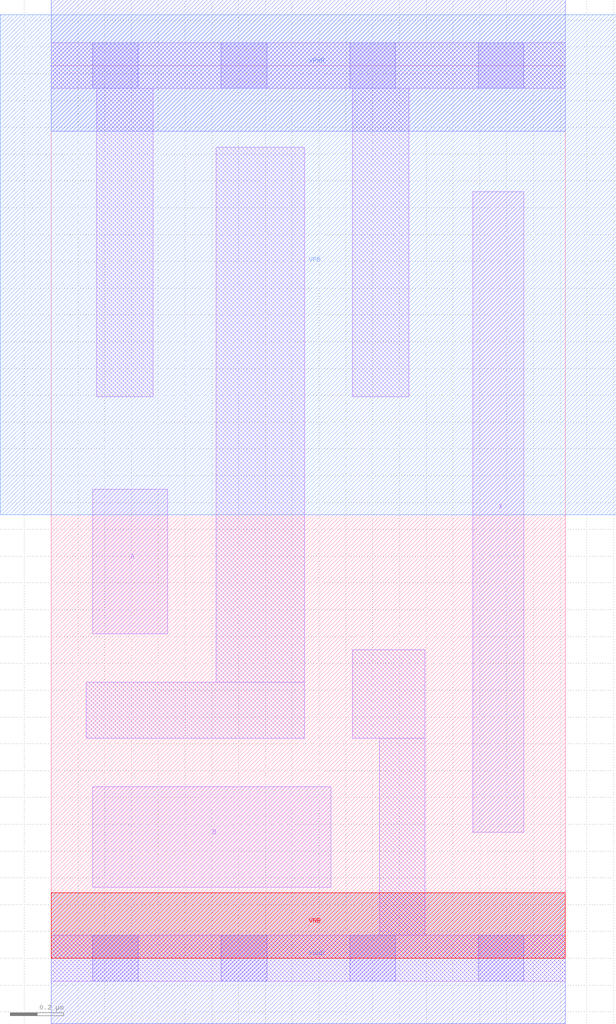
<source format=lef>
# Copyright 2020 The SkyWater PDK Authors
#
# Licensed under the Apache License, Version 2.0 (the "License");
# you may not use this file except in compliance with the License.
# You may obtain a copy of the License at
#
#     https://www.apache.org/licenses/LICENSE-2.0
#
# Unless required by applicable law or agreed to in writing, software
# distributed under the License is distributed on an "AS IS" BASIS,
# WITHOUT WARRANTIES OR CONDITIONS OF ANY KIND, either express or implied.
# See the License for the specific language governing permissions and
# limitations under the License.
#
# SPDX-License-Identifier: Apache-2.0

VERSION 5.7 ;
  NOWIREEXTENSIONATPIN ON ;
  DIVIDERCHAR "/" ;
  BUSBITCHARS "[]" ;
MACRO sky130_fd_sc_lp__and2_m
  CLASS CORE ;
  FOREIGN sky130_fd_sc_lp__and2_m ;
  ORIGIN  0.000000  0.000000 ;
  SIZE  1.920000 BY  3.330000 ;
  SYMMETRY X Y R90 ;
  SITE unit ;
  PIN A
    ANTENNAGATEAREA  0.126000 ;
    DIRECTION INPUT ;
    USE SIGNAL ;
    PORT
      LAYER li1 ;
        RECT 0.155000 1.210000 0.435000 1.750000 ;
    END
  END A
  PIN B
    ANTENNAGATEAREA  0.126000 ;
    DIRECTION INPUT ;
    USE SIGNAL ;
    PORT
      LAYER li1 ;
        RECT 0.155000 0.265000 1.045000 0.640000 ;
    END
  END B
  PIN X
    ANTENNADIFFAREA  0.222600 ;
    DIRECTION OUTPUT ;
    USE SIGNAL ;
    PORT
      LAYER li1 ;
        RECT 1.575000 0.470000 1.765000 2.860000 ;
    END
  END X
  PIN VGND
    DIRECTION INOUT ;
    USE GROUND ;
    PORT
      LAYER met1 ;
        RECT 0.000000 -0.245000 1.920000 0.245000 ;
    END
  END VGND
  PIN VNB
    DIRECTION INOUT ;
    USE GROUND ;
    PORT
      LAYER pwell ;
        RECT 0.000000 0.000000 1.920000 0.245000 ;
    END
  END VNB
  PIN VPB
    DIRECTION INOUT ;
    USE POWER ;
    PORT
      LAYER nwell ;
        RECT -0.190000 1.655000 2.110000 3.520000 ;
    END
  END VPB
  PIN VPWR
    DIRECTION INOUT ;
    USE POWER ;
    PORT
      LAYER met1 ;
        RECT 0.000000 3.085000 1.920000 3.575000 ;
    END
  END VPWR
  OBS
    LAYER li1 ;
      RECT 0.000000 -0.085000 1.920000 0.085000 ;
      RECT 0.000000  3.245000 1.920000 3.415000 ;
      RECT 0.130000  0.820000 0.945000 1.030000 ;
      RECT 0.170000  2.095000 0.380000 3.245000 ;
      RECT 0.615000  1.030000 0.945000 3.025000 ;
      RECT 1.125000  0.820000 1.395000 1.150000 ;
      RECT 1.125000  2.095000 1.335000 3.245000 ;
      RECT 1.225000  0.085000 1.395000 0.820000 ;
    LAYER mcon ;
      RECT 0.155000 -0.085000 0.325000 0.085000 ;
      RECT 0.155000  3.245000 0.325000 3.415000 ;
      RECT 0.635000 -0.085000 0.805000 0.085000 ;
      RECT 0.635000  3.245000 0.805000 3.415000 ;
      RECT 1.115000 -0.085000 1.285000 0.085000 ;
      RECT 1.115000  3.245000 1.285000 3.415000 ;
      RECT 1.595000 -0.085000 1.765000 0.085000 ;
      RECT 1.595000  3.245000 1.765000 3.415000 ;
  END
END sky130_fd_sc_lp__and2_m
END LIBRARY

</source>
